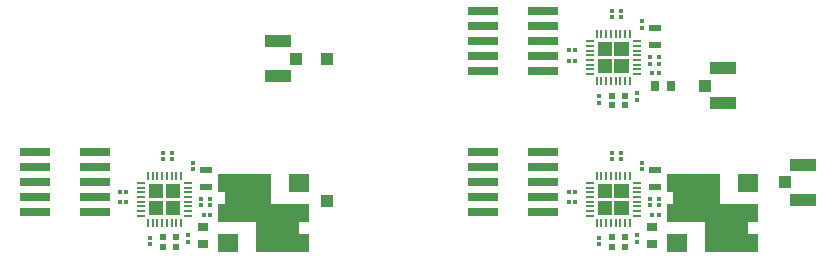
<source format=gtp>
G04*
G04 #@! TF.GenerationSoftware,Altium Limited,Altium Designer,21.7.2 (23)*
G04*
G04 Layer_Color=8421504*
%FSLAX25Y25*%
%MOIN*%
G70*
G04*
G04 #@! TF.SameCoordinates,D4CAA96F-CDB5-4432-BAFE-8E841FC0C0B1*
G04*
G04*
G04 #@! TF.FilePolarity,Positive*
G04*
G01*
G75*
%ADD11R,0.08661X0.04134*%
%ADD12R,0.04134X0.03937*%
%ADD13R,0.03937X0.03937*%
%ADD15R,0.03150X0.03543*%
%ADD16R,0.09843X0.03000*%
%ADD17R,0.01378X0.01181*%
%ADD18R,0.01181X0.01378*%
G04:AMPARAMS|DCode=19|XSize=29.13mil|YSize=8.66mil|CornerRadius=1.08mil|HoleSize=0mil|Usage=FLASHONLY|Rotation=270.000|XOffset=0mil|YOffset=0mil|HoleType=Round|Shape=RoundedRectangle|*
%AMROUNDEDRECTD19*
21,1,0.02913,0.00650,0,0,270.0*
21,1,0.02697,0.00866,0,0,270.0*
1,1,0.00217,-0.00325,-0.01348*
1,1,0.00217,-0.00325,0.01348*
1,1,0.00217,0.00325,0.01348*
1,1,0.00217,0.00325,-0.01348*
%
%ADD19ROUNDEDRECTD19*%
G04:AMPARAMS|DCode=20|XSize=29.13mil|YSize=8.66mil|CornerRadius=1.08mil|HoleSize=0mil|Usage=FLASHONLY|Rotation=180.000|XOffset=0mil|YOffset=0mil|HoleType=Round|Shape=RoundedRectangle|*
%AMROUNDEDRECTD20*
21,1,0.02913,0.00650,0,0,180.0*
21,1,0.02697,0.00866,0,0,180.0*
1,1,0.00217,-0.01348,0.00325*
1,1,0.00217,0.01348,0.00325*
1,1,0.00217,0.01348,-0.00325*
1,1,0.00217,-0.01348,-0.00325*
%
%ADD20ROUNDEDRECTD20*%
%ADD22R,0.02362X0.01968*%
%ADD23R,0.04331X0.02362*%
%ADD28R,0.03543X0.03150*%
%ADD29R,0.06500X0.06000*%
G36*
X220713Y107108D02*
X215870D01*
Y111950D01*
X220713D01*
Y107108D01*
D02*
G37*
G36*
X215083D02*
X210240D01*
Y111950D01*
X215083D01*
Y107108D01*
D02*
G37*
G36*
X220713Y101478D02*
X215870D01*
Y106321D01*
X220713D01*
Y101478D01*
D02*
G37*
G36*
X215083D02*
X210240D01*
Y106321D01*
X215083D01*
Y101478D01*
D02*
G37*
G36*
X220713Y59864D02*
X215870D01*
Y64706D01*
X220713D01*
Y59864D01*
D02*
G37*
G36*
X215083D02*
X210240D01*
Y64706D01*
X215083D01*
Y59864D01*
D02*
G37*
G36*
X71106D02*
X66264D01*
Y64706D01*
X71106D01*
Y59864D01*
D02*
G37*
G36*
X65476D02*
X60634D01*
Y64706D01*
X65476D01*
Y59864D01*
D02*
G37*
G36*
X220713Y54234D02*
X215870D01*
Y59076D01*
X220713D01*
Y54234D01*
D02*
G37*
G36*
X215083D02*
X210240D01*
Y59076D01*
X215083D01*
Y54234D01*
D02*
G37*
G36*
X71106D02*
X66264D01*
Y59076D01*
X71106D01*
Y54234D01*
D02*
G37*
G36*
X65476D02*
X60634D01*
Y59076D01*
X65476D01*
Y54234D01*
D02*
G37*
G36*
X251006Y57970D02*
X260317D01*
Y41970D01*
X246006D01*
Y51970D01*
X235514D01*
Y67970D01*
X251006D01*
Y57970D01*
D02*
G37*
G36*
X101400D02*
X110711D01*
Y41970D01*
X96400D01*
Y51970D01*
X85908D01*
Y67970D01*
X101400D01*
Y57970D01*
D02*
G37*
D11*
X103600Y100537D02*
D03*
Y112151D02*
D03*
X251906Y91537D02*
D03*
Y103151D02*
D03*
X278706Y59293D02*
D03*
Y70907D02*
D03*
D12*
X109604Y106344D02*
D03*
X245902Y97344D02*
D03*
X272702Y65100D02*
D03*
D13*
X120079Y106327D02*
D03*
Y59083D02*
D03*
D15*
X229250Y97344D02*
D03*
X234762D02*
D03*
D16*
X172206Y122344D02*
D03*
X192206D02*
D03*
X172206Y117344D02*
D03*
X192206D02*
D03*
X172206Y112344D02*
D03*
X192206D02*
D03*
X172206Y107344D02*
D03*
X192206D02*
D03*
X172206Y102344D02*
D03*
X192206D02*
D03*
X172206Y75100D02*
D03*
X192206D02*
D03*
X172206Y70100D02*
D03*
X192206D02*
D03*
X172206Y65100D02*
D03*
X192206D02*
D03*
X172206Y60100D02*
D03*
X192206D02*
D03*
X172206Y55100D02*
D03*
X192206D02*
D03*
X22600Y75100D02*
D03*
X42600D02*
D03*
X22600Y70100D02*
D03*
X42600D02*
D03*
X22600Y65100D02*
D03*
X42600D02*
D03*
X22600Y60100D02*
D03*
X42600D02*
D03*
X22600Y55100D02*
D03*
X42600D02*
D03*
D17*
X210776Y91732D02*
D03*
Y93897D02*
D03*
X218006Y120161D02*
D03*
Y122327D02*
D03*
X227576Y106897D02*
D03*
Y104732D02*
D03*
X223476Y94797D02*
D03*
Y92632D02*
D03*
X230576Y104732D02*
D03*
Y106897D02*
D03*
X225076Y116732D02*
D03*
Y118897D02*
D03*
X214906Y120161D02*
D03*
Y122327D02*
D03*
X210776Y44487D02*
D03*
Y46653D02*
D03*
X218006Y72917D02*
D03*
Y75083D02*
D03*
X227576Y59653D02*
D03*
Y57487D02*
D03*
X223476Y47553D02*
D03*
Y45387D02*
D03*
X230576Y57487D02*
D03*
Y59653D02*
D03*
X225076Y69487D02*
D03*
Y71653D02*
D03*
X214906Y72917D02*
D03*
Y75083D02*
D03*
X61170Y44487D02*
D03*
Y46653D02*
D03*
X68400Y72917D02*
D03*
Y75083D02*
D03*
X77970Y59653D02*
D03*
Y57487D02*
D03*
X73870Y47553D02*
D03*
Y45387D02*
D03*
X80970Y57487D02*
D03*
Y59653D02*
D03*
X75470Y69487D02*
D03*
Y71653D02*
D03*
X65300Y72917D02*
D03*
Y75083D02*
D03*
D18*
X200594Y109114D02*
D03*
X202759D02*
D03*
X228494Y101614D02*
D03*
X230659D02*
D03*
X200594Y105714D02*
D03*
X202759D02*
D03*
X200594Y61870D02*
D03*
X202759D02*
D03*
X228494Y54370D02*
D03*
X230659D02*
D03*
X200594Y58470D02*
D03*
X202759D02*
D03*
X50987Y61870D02*
D03*
X53153D02*
D03*
X78887Y54370D02*
D03*
X81053D02*
D03*
X50987Y58470D02*
D03*
X53153D02*
D03*
D19*
X209965Y98860D02*
D03*
X213114D02*
D03*
X211539D02*
D03*
X216264D02*
D03*
X214689D02*
D03*
X217839D02*
D03*
X211539Y114568D02*
D03*
X209965D02*
D03*
X214689D02*
D03*
X213114D02*
D03*
X216264D02*
D03*
X220988Y98860D02*
D03*
X219413D02*
D03*
X220988Y114568D02*
D03*
X219413D02*
D03*
X217839D02*
D03*
X209965Y51616D02*
D03*
X213114D02*
D03*
X211539D02*
D03*
X216264D02*
D03*
X214689D02*
D03*
X217839D02*
D03*
X211539Y67324D02*
D03*
X209965D02*
D03*
X214689D02*
D03*
X213114D02*
D03*
X216264D02*
D03*
X220988Y51616D02*
D03*
X219413D02*
D03*
X220988Y67324D02*
D03*
X219413D02*
D03*
X217839D02*
D03*
X60358Y51616D02*
D03*
X63508D02*
D03*
X61933D02*
D03*
X66658D02*
D03*
X65083D02*
D03*
X68232D02*
D03*
X61933Y67324D02*
D03*
X60358D02*
D03*
X65083D02*
D03*
X63508D02*
D03*
X66658D02*
D03*
X71382Y51616D02*
D03*
X69807D02*
D03*
X71382Y67324D02*
D03*
X69807D02*
D03*
X68232D02*
D03*
D20*
X207622Y101202D02*
D03*
Y102777D02*
D03*
Y104352D02*
D03*
Y105927D02*
D03*
Y107502D02*
D03*
Y109076D02*
D03*
Y110651D02*
D03*
Y112226D02*
D03*
X223331Y101202D02*
D03*
Y105927D02*
D03*
Y104352D02*
D03*
Y107502D02*
D03*
Y102777D02*
D03*
Y110651D02*
D03*
Y109076D02*
D03*
Y112226D02*
D03*
X207622Y53958D02*
D03*
Y55533D02*
D03*
Y57108D02*
D03*
Y58683D02*
D03*
Y60258D02*
D03*
Y61832D02*
D03*
Y63407D02*
D03*
Y64982D02*
D03*
X223331Y53958D02*
D03*
Y58683D02*
D03*
Y57108D02*
D03*
Y60258D02*
D03*
Y55533D02*
D03*
Y63407D02*
D03*
Y61832D02*
D03*
Y64982D02*
D03*
X58016Y53958D02*
D03*
Y55533D02*
D03*
Y57108D02*
D03*
Y58683D02*
D03*
Y60258D02*
D03*
Y61832D02*
D03*
Y63407D02*
D03*
Y64982D02*
D03*
X73724Y53958D02*
D03*
Y58683D02*
D03*
Y57108D02*
D03*
Y60258D02*
D03*
Y55533D02*
D03*
Y63407D02*
D03*
Y61832D02*
D03*
Y64982D02*
D03*
D22*
X219472Y94019D02*
D03*
X215141D02*
D03*
Y90869D02*
D03*
X219472D02*
D03*
X219472Y46775D02*
D03*
X215141D02*
D03*
Y43625D02*
D03*
X219472D02*
D03*
X69865Y46775D02*
D03*
X65535D02*
D03*
Y43625D02*
D03*
X69865D02*
D03*
D23*
X229276Y110958D02*
D03*
Y116470D02*
D03*
X229276Y63714D02*
D03*
Y69226D02*
D03*
X79670Y63714D02*
D03*
Y69226D02*
D03*
D28*
X228306Y50256D02*
D03*
Y44744D02*
D03*
X78700Y50256D02*
D03*
Y44744D02*
D03*
D29*
X260256Y44970D02*
D03*
Y54970D02*
D03*
Y64970D02*
D03*
X236756D02*
D03*
X236754Y54970D02*
D03*
X236756Y44970D02*
D03*
X110650D02*
D03*
Y54970D02*
D03*
Y64970D02*
D03*
X87150D02*
D03*
X87148Y54970D02*
D03*
X87150Y44970D02*
D03*
M02*

</source>
